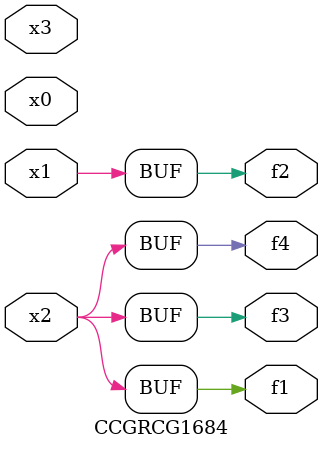
<source format=v>
module CCGRCG1684(
	input x0, x1, x2, x3,
	output f1, f2, f3, f4
);
	assign f1 = x2;
	assign f2 = x1;
	assign f3 = x2;
	assign f4 = x2;
endmodule

</source>
